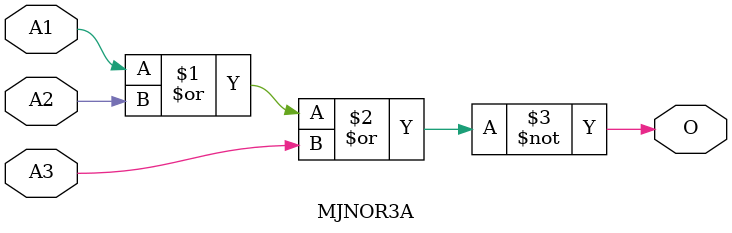
<source format=v>
module MJNOR3A(A1, A2, A3, O);
input   A1;
input   A2;
input   A3;
output  O;
nor g0(O, A1, A2, A3);
endmodule
</source>
